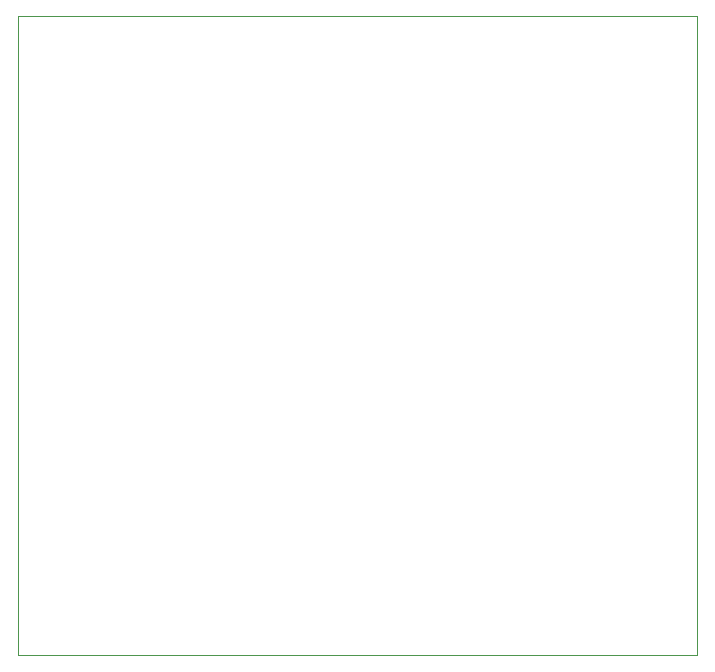
<source format=gm1>
%TF.GenerationSoftware,KiCad,Pcbnew,7.0.9*%
%TF.CreationDate,2024-02-03T19:56:05+01:00*%
%TF.ProjectId,BPN,42504e2e-6b69-4636-9164-5f7063625858,29.01.2024*%
%TF.SameCoordinates,Original*%
%TF.FileFunction,Profile,NP*%
%FSLAX46Y46*%
G04 Gerber Fmt 4.6, Leading zero omitted, Abs format (unit mm)*
G04 Created by KiCad (PCBNEW 7.0.9) date 2024-02-03 19:56:05*
%MOMM*%
%LPD*%
G01*
G04 APERTURE LIST*
%TA.AperFunction,Profile*%
%ADD10C,0.100000*%
%TD*%
G04 APERTURE END LIST*
D10*
X139850000Y-45950000D02*
X197400000Y-45950000D01*
X197400000Y-100050000D01*
X139850000Y-100050000D01*
X139850000Y-45950000D01*
M02*

</source>
